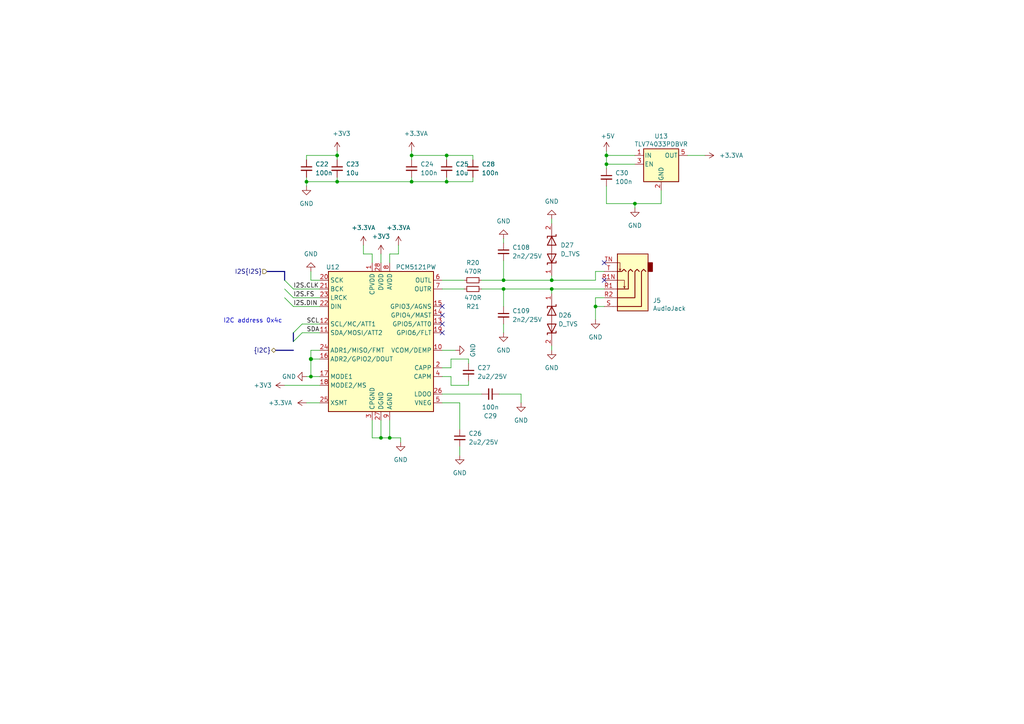
<source format=kicad_sch>
(kicad_sch (version 20210621) (generator eeschema)
  (paper "A4")
  (title_block (title "Audio") (date "2021-01-12") (rev "0.1") (company "Nabu Casa") (comment 1 "www.nabucasa.com") (comment 2 "Amber"))
  (lib_symbols
    (symbol "Amber:D_TVS_Reverse" (pin_names (offset 1.016) hide)
      (property "Reference" "D" (at 0 2.54 0))
      (property "Value" "D_TVS_Reverse" (at 0 -2.54 0))
      (symbol "D_TVS_Reverse_0_1"
        (polyline (pts (xy 5.08 0) (xy -5.08 0)))
        (polyline (pts (xy -4.3688 1.27) (xy -3.8608 1.27) (xy -3.8608 -1.27) (xy -3.3528 -1.27)) (stroke (width 0.254)))
        (polyline (pts (xy -3.81 0) (xy -1.27 1.27) (xy -1.27 -1.27) (xy -3.81 0)) (stroke (width 0.254)))
        (polyline (pts (xy 3.81 0) (xy 1.27 -1.27) (xy 1.27 1.27) (xy 3.81 0)) (stroke (width 0.254)))
        (polyline (pts (xy 4.3688 -1.27) (xy 3.8608 -1.27) (xy 3.8608 1.27) (xy 3.3528 1.27)) (stroke (width 0.254)))
      )
      (symbol "D_TVS_Reverse_1_1"
        (pin passive line (at -7.62 0 0) (length 2.54) (name "A1") (number "1"))
        (pin passive line (at 7.62 0 180) (length 2.54) (name "A2") (number "2"))
      )
    )
    (symbol "Audio:PCM5121PW"
      (property "Reference" "U" (at -13.97 21.59 0))
      (property "Value" "PCM5121PW" (at 10.16 21.59 0))
      (symbol "PCM5121PW_0_1"
        (rectangle (start -15.24 20.32) (end 15.24 -20.32) (stroke (width 0.254)) (fill (type background)))
      )
      (symbol "PCM5121PW_1_1"
        (pin power_in line (at -2.54 22.86 270) (length 2.54) (name "CPVDD") (number "1"))
        (pin bidirectional line (at 17.78 -2.54 180) (length 2.54) (name "VCOM/DEMP") (number "10"))
        (pin bidirectional line (at -17.78 2.54 0) (length 2.54) (name "SDA/MOSI/ATT2") (number "11"))
        (pin input line (at -17.78 5.08 0) (length 2.54) (name "SCL/MC/ATT1") (number "12"))
        (pin bidirectional line (at 17.78 5.08 180) (length 2.54) (name "GPIO5/ATT0") (number "13"))
        (pin bidirectional line (at 17.78 7.62 180) (length 2.54) (name "GPIO4/MAST") (number "14"))
        (pin bidirectional line (at 17.78 10.16 180) (length 2.54) (name "GPIO3/AGNS") (number "15"))
        (pin bidirectional line (at -17.78 -5.08 0) (length 2.54) (name "ADR2/GPIO2/DOUT") (number "16"))
        (pin input line (at -17.78 -10.16 0) (length 2.54) (name "MODE1") (number "17"))
        (pin input line (at -17.78 -12.7 0) (length 2.54) (name "MODE2/MS") (number "18"))
        (pin bidirectional line (at 17.78 2.54 180) (length 2.54) (name "GPIO6/FLT") (number "19"))
        (pin passive line (at 17.78 -7.62 180) (length 2.54) (name "CAPP") (number "2"))
        (pin input line (at -17.78 17.78 0) (length 2.54) (name "SCK") (number "20"))
        (pin bidirectional line (at -17.78 15.24 0) (length 2.54) (name "BCK") (number "21"))
        (pin input line (at -17.78 10.16 0) (length 2.54) (name "DIN") (number "22"))
        (pin bidirectional line (at -17.78 12.7 0) (length 2.54) (name "LRCK") (number "23"))
        (pin bidirectional line (at -17.78 -2.54 0) (length 2.54) (name "ADR1/MISO/FMT") (number "24"))
        (pin input line (at -17.78 -17.78 0) (length 2.54) (name "XSMT") (number "25"))
        (pin passive line (at 17.78 -15.24 180) (length 2.54) (name "LDOO") (number "26"))
        (pin power_in line (at 0 -22.86 90) (length 2.54) (name "DGND") (number "27"))
        (pin power_in line (at 0 22.86 270) (length 2.54) (name "DVDD") (number "28"))
        (pin power_in line (at -2.54 -22.86 90) (length 2.54) (name "CPGND") (number "3"))
        (pin passive line (at 17.78 -10.16 180) (length 2.54) (name "CAPM") (number "4"))
        (pin passive line (at 17.78 -17.78 180) (length 2.54) (name "VNEG") (number "5"))
        (pin output line (at 17.78 17.78 180) (length 2.54) (name "OUTL") (number "6"))
        (pin output line (at 17.78 15.24 180) (length 2.54) (name "OUTR") (number "7"))
        (pin power_in line (at 2.54 22.86 270) (length 2.54) (name "AVDD") (number "8"))
        (pin power_in line (at 2.54 -22.86 90) (length 2.54) (name "AGND") (number "9"))
      )
    )
    (symbol "Connector:AudioJack4_SwitchTR1"
      (property "Reference" "J" (at 0 11.43 0))
      (property "Value" "AudioJack4_SwitchTR1" (at 0 8.89 0))
      (symbol "AudioJack4_SwitchTR1_0_1"
        (rectangle (start -7.62 -5.08) (end -8.89 -7.62) (stroke (width 0.254)) (fill (type outline)))
        (rectangle (start 1.27 6.35) (end -7.62 -10.16) (stroke (width 0.254)) (fill (type background)))
        (polyline (pts (xy 1.27 -5.08) (xy 2.54 -5.08)))
        (polyline (pts (xy 1.27 2.54) (xy 2.54 2.54)))
        (polyline (pts (xy 2.54 0) (xy 1.27 0)))
        (polyline (pts (xy 2.54 5.08) (xy 1.27 5.08)))
      )
      (symbol "AudioJack4_SwitchTR1_1_1"
        (polyline (pts (xy -0.762 -0.254) (xy -0.508 -0.762)))
        (polyline (pts (xy 0.508 -5.334) (xy 0.762 -5.842)))
        (polyline (pts (xy -1.27 -5.08) (xy -0.635 -5.715) (xy 0 -5.08) (xy 1.27 -5.08)) (stroke (width 0.254)))
        (polyline (pts (xy 2.54 -7.62) (xy 0.508 -7.62) (xy 0.508 -5.334) (xy 0.254 -5.842)))
        (polyline (pts (xy 2.54 -2.54) (xy -0.762 -2.54) (xy -0.762 -0.254) (xy -1.016 -0.762)))
        (polyline (pts (xy -3.175 -5.08) (xy -2.54 -5.715) (xy -1.905 -5.08) (xy -1.905 0) (xy 1.27 0)) (stroke (width 0.254)))
        (polyline (pts (xy 1.27 2.54) (xy -3.81 2.54) (xy -3.81 -5.08) (xy -4.445 -5.715) (xy -5.08 -5.08)) (stroke (width 0.254)))
        (polyline (pts (xy 1.27 5.08) (xy -5.715 5.08) (xy -5.715 -5.08) (xy -6.35 -5.715) (xy -6.985 -5.08)) (stroke (width 0.254)))
        (pin passive line (at 5.08 0 180) (length 2.54) (name "~") (number "R1"))
        (pin passive line (at 5.08 -2.54 180) (length 2.54) (name "~") (number "R1N"))
        (pin passive line (at 5.08 2.54 180) (length 2.54) (name "~") (number "R2"))
        (pin passive line (at 5.08 5.08 180) (length 2.54) (name "~") (number "S"))
        (pin passive line (at 5.08 -5.08 180) (length 2.54) (name "~") (number "T"))
        (pin passive line (at 5.08 -7.62 180) (length 2.54) (name "~") (number "TN"))
      )
    )
    (symbol "Device:C_Small" (pin_numbers hide) (pin_names (offset 0.254) hide)
      (property "Reference" "C" (at 0.254 1.778 0))
      (property "Value" "C_Small" (at 0.254 -2.032 0))
      (symbol "C_Small_0_1"
        (polyline (pts (xy -1.524 -0.508) (xy 1.524 -0.508)) (stroke (width 0.3302)))
        (polyline (pts (xy -1.524 0.508) (xy 1.524 0.508)) (stroke (width 0.3048)))
      )
      (symbol "C_Small_1_1"
        (pin passive line (at 0 2.54 270) (length 2.032) (name "~") (number "1"))
        (pin passive line (at 0 -2.54 90) (length 2.032) (name "~") (number "2"))
      )
    )
    (symbol "Device:R_Small" (pin_numbers hide) (pin_names (offset 0.254) hide)
      (property "Reference" "R" (at 0.762 0.508 0))
      (property "Value" "R_Small" (at 0.762 -1.016 0))
      (symbol "R_Small_0_1"
        (rectangle (start -0.762 1.778) (end 0.762 -1.778) (stroke (width 0.2032)))
      )
      (symbol "R_Small_1_1"
        (pin passive line (at 0 2.54 270) (length 0.762) (name "~") (number "1"))
        (pin passive line (at 0 -2.54 90) (length 0.762) (name "~") (number "2"))
      )
    )
    (symbol "Regulator_Linear:TLV73333PDBV" (pin_names (offset 0.254))
      (property "Reference" "U" (at -3.81 5.715 0))
      (property "Value" "TLV73333PDBV" (at 0 5.715 0))
      (symbol "TLV73333PDBV_0_1"
        (rectangle (start -5.08 4.445) (end 5.08 -5.08) (stroke (width 0.254)) (fill (type background)))
      )
      (symbol "TLV73333PDBV_1_1"
        (pin power_in line (at -7.62 2.54 0) (length 2.54) (name "IN") (number "1"))
        (pin power_in line (at 0 -7.62 90) (length 2.54) (name "GND") (number "2"))
        (pin input line (at -7.62 0 0) (length 2.54) (name "EN") (number "3"))
        (pin no_connect line (at 5.08 0 180) (length 2.54) hide (name "NC") (number "4"))
        (pin power_out line (at 7.62 2.54 180) (length 2.54) (name "OUT") (number "5"))
      )
    )
    (symbol "power:+3.3V" (power) (pin_names (offset 0))
      (property "Value" "+3.3V" (at 0 3.556 0))
      (symbol "+3.3V_0_1"
        (polyline (pts (xy -0.762 1.27) (xy 0 2.54)))
        (polyline (pts (xy 0 0) (xy 0 2.54)))
        (polyline (pts (xy 0 2.54) (xy 0.762 1.27)))
      )
      (symbol "+3.3V_1_1"
        (pin power_in line (at 0 0 90) (length 0) hide (name "+3V3") (number "1"))
      )
    )
    (symbol "power:+3.3VA" (power) (pin_names (offset 0))
      (property "Value" "+3.3VA" (at 0 3.556 0))
      (symbol "+3.3VA_0_1"
        (polyline (pts (xy -0.762 1.27) (xy 0 2.54)))
        (polyline (pts (xy 0 0) (xy 0 2.54)))
        (polyline (pts (xy 0 2.54) (xy 0.762 1.27)))
      )
      (symbol "+3.3VA_1_1"
        (pin power_in line (at 0 0 90) (length 0) hide (name "+3.3VA") (number "1"))
      )
    )
    (symbol "power:+5V" (power) (pin_names (offset 0))
      (property "Value" "+5V" (at 0 3.556 0))
      (symbol "+5V_0_1"
        (polyline (pts (xy -0.762 1.27) (xy 0 2.54)))
        (polyline (pts (xy 0 0) (xy 0 2.54)))
        (polyline (pts (xy 0 2.54) (xy 0.762 1.27)))
      )
      (symbol "+5V_1_1"
        (pin power_in line (at 0 0 90) (length 0) hide (name "+5V") (number "1"))
      )
    )
    (symbol "power:GND" (power) (pin_names (offset 0))
      (property "Value" "GND" (at 0 -3.81 0))
      (symbol "GND_0_1"
        (polyline (pts (xy 0 0) (xy 0 -1.27) (xy 1.27 -1.27) (xy 0 -2.54) (xy -1.27 -1.27) (xy 0 -1.27)))
      )
      (symbol "GND_1_1"
        (pin power_in line (at 0 0 270) (length 0) hide (name "GND") (number "1"))
      )
    )
  )
  (bus_alias "I2S" (members "CLK" "FS" "DIN"))
  (junction (at 88.9 52.705) (diameter 0.9144))
  (junction (at 90.17 104.14) (diameter 1.016))
  (junction (at 90.17 109.22) (diameter 0.9144))
  (junction (at 97.79 45.085) (diameter 0.9144))
  (junction (at 97.79 52.705) (diameter 0.9144))
  (junction (at 110.49 127) (diameter 0.9144))
  (junction (at 113.03 127) (diameter 0.9144))
  (junction (at 119.38 45.085) (diameter 0.9144))
  (junction (at 119.38 52.705) (diameter 0.9144))
  (junction (at 129.54 45.085) (diameter 0.9144))
  (junction (at 129.54 52.705) (diameter 0.9144))
  (junction (at 146.05 81.28) (diameter 0.9144))
  (junction (at 146.05 83.82) (diameter 0.9144))
  (junction (at 160.02 81.28) (diameter 0.9144))
  (junction (at 160.02 83.82) (diameter 0.9144))
  (junction (at 172.72 88.9) (diameter 0.9144))
  (junction (at 175.895 45.085) (diameter 0.9144))
  (junction (at 175.895 47.625) (diameter 0.9144))
  (junction (at 184.15 59.055) (diameter 0.9144))
  (no_connect (at 128.27 88.9))
  (no_connect (at 128.27 91.44))
  (no_connect (at 128.27 93.98))
  (no_connect (at 128.27 96.52))
  (no_connect (at 175.26 76.2))
  (no_connect (at 175.26 81.28))
  (bus_entry (at 82.55 81.28) (size 2.54 2.54) (stroke (width 0.1524)))
  (bus_entry (at 82.55 83.82) (size 2.54 2.54) (stroke (width 0.1524)))
  (bus_entry (at 82.55 86.36) (size 2.54 2.54) (stroke (width 0.1524)))
  (bus_entry (at 85.09 96.52) (size 2.54 -2.54) (stroke (width 0.1524)))
  (bus_entry (at 85.09 99.06) (size 2.54 -2.54) (stroke (width 0.1524)))
  (wire (pts (xy 82.55 111.76) (xy 92.71 111.76)))
  (wire (pts (xy 85.09 83.82) (xy 92.71 83.82)))
  (wire (pts (xy 85.09 86.36) (xy 92.71 86.36)))
  (wire (pts (xy 85.09 88.9) (xy 92.71 88.9)))
  (wire (pts (xy 87.63 93.98) (xy 92.71 93.98)))
  (wire (pts (xy 87.63 96.52) (xy 92.71 96.52)))
  (wire (pts (xy 88.9 45.085) (xy 97.79 45.085)))
  (wire (pts (xy 88.9 46.355) (xy 88.9 45.085)))
  (wire (pts (xy 88.9 51.435) (xy 88.9 52.705)))
  (wire (pts (xy 88.9 52.705) (xy 88.9 53.975)))
  (wire (pts (xy 88.9 52.705) (xy 97.79 52.705)))
  (wire (pts (xy 88.9 109.22) (xy 90.17 109.22)))
  (wire (pts (xy 88.9 116.84) (xy 92.71 116.84)))
  (wire (pts (xy 90.17 78.74) (xy 90.17 81.28)))
  (wire (pts (xy 90.17 101.6) (xy 90.17 104.14)))
  (wire (pts (xy 90.17 104.14) (xy 90.17 109.22)))
  (wire (pts (xy 92.71 81.28) (xy 90.17 81.28)))
  (wire (pts (xy 92.71 101.6) (xy 90.17 101.6)))
  (wire (pts (xy 92.71 104.14) (xy 90.17 104.14)))
  (wire (pts (xy 92.71 109.22) (xy 90.17 109.22)))
  (wire (pts (xy 97.79 43.815) (xy 97.79 45.085)))
  (wire (pts (xy 97.79 45.085) (xy 97.79 46.355)))
  (wire (pts (xy 97.79 51.435) (xy 97.79 52.705)))
  (wire (pts (xy 97.79 52.705) (xy 119.38 52.705)))
  (wire (pts (xy 105.41 73.66) (xy 105.41 71.12)))
  (wire (pts (xy 107.95 73.66) (xy 105.41 73.66)))
  (wire (pts (xy 107.95 76.2) (xy 107.95 73.66)))
  (wire (pts (xy 107.95 121.92) (xy 107.95 127)))
  (wire (pts (xy 107.95 127) (xy 110.49 127)))
  (wire (pts (xy 110.49 76.2) (xy 110.49 73.66)))
  (wire (pts (xy 110.49 121.92) (xy 110.49 127)))
  (wire (pts (xy 110.49 127) (xy 113.03 127)))
  (wire (pts (xy 113.03 73.66) (xy 115.57 73.66)))
  (wire (pts (xy 113.03 76.2) (xy 113.03 73.66)))
  (wire (pts (xy 113.03 121.92) (xy 113.03 127)))
  (wire (pts (xy 113.03 127) (xy 116.205 127)))
  (wire (pts (xy 115.57 73.66) (xy 115.57 71.12)))
  (wire (pts (xy 116.205 127) (xy 116.205 128.27)))
  (wire (pts (xy 119.38 43.815) (xy 119.38 45.085)))
  (wire (pts (xy 119.38 45.085) (xy 119.38 46.355)))
  (wire (pts (xy 119.38 45.085) (xy 129.54 45.085)))
  (wire (pts (xy 119.38 51.435) (xy 119.38 52.705)))
  (wire (pts (xy 119.38 52.705) (xy 129.54 52.705)))
  (wire (pts (xy 128.27 81.28) (xy 134.62 81.28)))
  (wire (pts (xy 128.27 83.82) (xy 134.62 83.82)))
  (wire (pts (xy 128.27 101.6) (xy 132.08 101.6)))
  (wire (pts (xy 128.27 106.68) (xy 130.81 106.68)))
  (wire (pts (xy 128.27 109.22) (xy 130.81 109.22)))
  (wire (pts (xy 128.27 114.3) (xy 139.7 114.3)))
  (wire (pts (xy 128.27 116.84) (xy 133.35 116.84)))
  (wire (pts (xy 129.54 45.085) (xy 129.54 46.355)))
  (wire (pts (xy 129.54 52.705) (xy 129.54 51.435)))
  (wire (pts (xy 129.54 52.705) (xy 137.16 52.705)))
  (wire (pts (xy 130.81 104.14) (xy 135.89 104.14)))
  (wire (pts (xy 130.81 106.68) (xy 130.81 104.14)))
  (wire (pts (xy 130.81 109.22) (xy 130.81 111.76)))
  (wire (pts (xy 130.81 111.76) (xy 135.89 111.76)))
  (wire (pts (xy 133.35 116.84) (xy 133.35 124.46)))
  (wire (pts (xy 133.35 129.54) (xy 133.35 132.08)))
  (wire (pts (xy 135.89 104.14) (xy 135.89 105.41)))
  (wire (pts (xy 135.89 111.76) (xy 135.89 110.49)))
  (wire (pts (xy 137.16 45.085) (xy 129.54 45.085)))
  (wire (pts (xy 137.16 46.355) (xy 137.16 45.085)))
  (wire (pts (xy 137.16 51.435) (xy 137.16 52.705)))
  (wire (pts (xy 139.7 81.28) (xy 146.05 81.28)))
  (wire (pts (xy 139.7 83.82) (xy 146.05 83.82)))
  (wire (pts (xy 144.78 114.3) (xy 151.13 114.3)))
  (wire (pts (xy 146.05 69.215) (xy 146.05 70.485)))
  (wire (pts (xy 146.05 75.565) (xy 146.05 81.28)))
  (wire (pts (xy 146.05 81.28) (xy 160.02 81.28)))
  (wire (pts (xy 146.05 83.82) (xy 146.05 88.9)))
  (wire (pts (xy 146.05 83.82) (xy 160.02 83.82)))
  (wire (pts (xy 146.05 93.98) (xy 146.05 96.52)))
  (wire (pts (xy 151.13 114.3) (xy 151.13 116.84)))
  (wire (pts (xy 160.02 63.5) (xy 160.02 64.77)))
  (wire (pts (xy 160.02 80.01) (xy 160.02 81.28)))
  (wire (pts (xy 160.02 81.28) (xy 172.72 81.28)))
  (wire (pts (xy 160.02 83.82) (xy 160.02 85.09)))
  (wire (pts (xy 160.02 83.82) (xy 175.26 83.82)))
  (wire (pts (xy 160.02 100.33) (xy 160.02 101.6)))
  (wire (pts (xy 172.72 78.74) (xy 175.26 78.74)))
  (wire (pts (xy 172.72 81.28) (xy 172.72 78.74)))
  (wire (pts (xy 172.72 86.36) (xy 172.72 88.9)))
  (wire (pts (xy 172.72 88.9) (xy 172.72 92.71)))
  (wire (pts (xy 175.26 86.36) (xy 172.72 86.36)))
  (wire (pts (xy 175.26 88.9) (xy 172.72 88.9)))
  (wire (pts (xy 175.895 43.815) (xy 175.895 45.085)))
  (wire (pts (xy 175.895 45.085) (xy 175.895 47.625)))
  (wire (pts (xy 175.895 45.085) (xy 184.15 45.085)))
  (wire (pts (xy 175.895 47.625) (xy 175.895 48.895)))
  (wire (pts (xy 175.895 47.625) (xy 184.15 47.625)))
  (wire (pts (xy 175.895 53.975) (xy 175.895 59.055)))
  (wire (pts (xy 175.895 59.055) (xy 184.15 59.055)))
  (wire (pts (xy 184.15 59.055) (xy 184.15 60.325)))
  (wire (pts (xy 184.15 59.055) (xy 191.77 59.055)))
  (wire (pts (xy 191.77 59.055) (xy 191.77 55.245)))
  (wire (pts (xy 199.39 45.085) (xy 204.47 45.085)))
  (bus (pts (xy 77.47 78.74) (xy 82.55 78.74)))
  (bus (pts (xy 80.01 101.6) (xy 85.09 101.6)))
  (bus (pts (xy 82.55 78.74) (xy 82.55 86.36)))
  (bus (pts (xy 85.09 96.52) (xy 85.09 101.6)))
  (text "I2C address 0x4c" (at 64.77 93.853 0) (effects (font (size 1.27 1.27)) (justify left bottom)))
  (label "I2S.CLK" (at 85.09 83.82 0))
  (label "I2S.FS" (at 85.09 86.36 0))
  (label "I2S.DIN" (at 85.09 88.9 0))
  (label "SCL" (at 88.9 93.98 0))
  (label "SDA" (at 88.9 96.52 0))
  (hierarchical_label "I2S{I2S}" (shape input) (at 77.47 78.74 180))
  (hierarchical_label "{I2C}" (shape bidirectional) (at 80.01 101.6 180))
  (symbol (lib_id "power:+3.3V") (at 82.55 111.76 90) (unit 1)
    (property "Reference" "#PWR063" (effects hide))
    (property "Value" "+3.3V" (at 76.2 111.76 90))
  )
  (symbol (lib_id "power:+3.3VA") (at 88.9 116.84 90) (unit 1)
    (property "Reference" "#PWR066" (effects hide))
    (property "Value" "+3.3VA" (at 81.28 116.84 90))
  )
  (symbol (lib_id "power:+3.3V") (at 97.79 43.815 0) (unit 1)
    (property "Reference" "#PWR068" (effects hide))
    (property "Value" "+3.3V" (at 99.06 38.735 0))
  )
  (symbol (lib_id "power:+3.3VA") (at 105.41 71.12 0) (unit 1)
    (property "Reference" "#PWR069" (effects hide))
    (property "Value" "+3.3VA" (at 105.41 66.04 0))
  )
  (symbol (lib_id "power:+3.3V") (at 110.49 73.66 0) (unit 1)
    (property "Reference" "#PWR071" (effects hide))
    (property "Value" "+3.3V" (at 110.49 68.58 0))
  )
  (symbol (lib_id "power:+3.3VA") (at 115.57 71.12 0) (unit 1)
    (property "Reference" "#PWR074" (effects hide))
    (property "Value" "+3.3VA" (at 115.57 66.04 0))
  )
  (symbol (lib_id "power:+3.3VA") (at 119.38 43.815 0) (unit 1)
    (property "Reference" "#PWR075" (effects hide))
    (property "Value" "+3.3VA" (at 120.65 38.735 0))
  )
  (symbol (lib_id "power:+5V") (at 175.895 43.815 0) (unit 1)
    (property "Reference" "#PWR081" (effects hide))
    (property "Value" "+5V" (at 176.2633 39.4906 0))
  )
  (symbol (lib_id "power:+3.3VA") (at 204.47 45.085 270) (unit 1)
    (property "Reference" "#PWR083" (effects hide))
    (property "Value" "+3.3VA" (at 212.09 45.085 90))
  )
  (symbol (lib_id "power:GND") (at 88.9 53.975 0) (unit 1)
    (property "Reference" "#PWR064" (effects hide))
    (property "Value" "GND" (at 88.9 59.055 0))
  )
  (symbol (lib_id "power:GND") (at 88.9 109.22 270) (unit 1)
    (property "Reference" "#PWR065" (effects hide))
    (property "Value" "GND" (at 83.82 109.22 90))
  )
  (symbol (lib_id "power:GND") (at 90.17 78.74 180) (unit 1)
    (property "Reference" "#PWR067" (effects hide))
    (property "Value" "GND" (at 90.17 73.66 0))
  )
  (symbol (lib_id "power:GND") (at 116.205 128.27 0) (unit 1)
    (property "Reference" "#PWR072" (effects hide))
    (property "Value" "GND" (at 116.205 133.35 0))
  )
  (symbol (lib_id "power:GND") (at 132.08 101.6 90) (unit 1)
    (property "Reference" "#PWR0180" (effects hide))
    (property "Value" "GND" (at 137.16 101.6 0))
  )
  (symbol (lib_id "power:GND") (at 133.35 132.08 0) (unit 1)
    (property "Reference" "#PWR0185" (effects hide))
    (property "Value" "GND" (at 133.35 137.16 0))
  )
  (symbol (lib_id "power:GND") (at 146.05 69.215 180) (unit 1)
    (property "Reference" "#PWR0217" (effects hide))
    (property "Value" "GND" (at 146.05 64.135 0))
  )
  (symbol (lib_id "power:GND") (at 146.05 96.52 0) (unit 1)
    (property "Reference" "#PWR0181" (effects hide))
    (property "Value" "GND" (at 146.05 101.6 0))
  )
  (symbol (lib_id "power:GND") (at 151.13 116.84 0) (unit 1)
    (property "Reference" "#PWR0184" (effects hide))
    (property "Value" "GND" (at 151.13 121.92 0))
  )
  (symbol (lib_id "power:GND") (at 160.02 63.5 180) (unit 1)
    (property "Reference" "#PWR0200" (effects hide))
    (property "Value" "GND" (at 160.02 58.42 0))
  )
  (symbol (lib_id "power:GND") (at 160.02 101.6 0) (unit 1)
    (property "Reference" "#PWR0198" (effects hide))
    (property "Value" "GND" (at 160.02 106.68 0))
  )
  (symbol (lib_id "power:GND") (at 172.72 92.71 0) (unit 1)
    (property "Reference" "#PWR0197" (effects hide))
    (property "Value" "GND" (at 172.72 97.79 0))
  )
  (symbol (lib_id "power:GND") (at 184.15 60.325 0) (unit 1)
    (property "Reference" "#PWR0216" (effects hide))
    (property "Value" "GND" (at 184.15 65.405 0))
  )
  (symbol (lib_id "Device:R_Small") (at 137.16 81.28 90) (unit 1)
    (property "Reference" "R20" (at 137.16 76.2 90))
    (property "Value" "470R" (at 137.16 78.74 90))
    (property "Footprint" "Resistor_SMD:R_0402_1005Metric" (effects hide))
    (property "Config" "+Audio" (effects hide))
  )
  (symbol (lib_id "Device:R_Small") (at 137.16 83.82 90) (unit 1)
    (property "Reference" "R21" (at 137.16 88.9 90))
    (property "Value" "470R" (at 137.16 86.36 90))
    (property "Footprint" "Resistor_SMD:R_0402_1005Metric" (effects hide))
    (property "Config" "+Audio" (effects hide))
  )
  (symbol (lib_id "Device:C_Small") (at 88.9 48.895 0) (unit 1)
    (property "Reference" "C22" (at 91.44 47.625 0) (effects (justify left)))
    (property "Value" "100n" (at 91.44 50.165 0) (effects (justify left)))
    (property "Footprint" "Capacitor_SMD:C_0402_1005Metric" (effects hide))
    (property "Config" "+Audio" (effects hide))
  )
  (symbol (lib_id "Device:C_Small") (at 97.79 48.895 0) (unit 1)
    (property "Reference" "C23" (at 100.33 47.625 0) (effects (justify left)))
    (property "Value" "10u" (at 100.33 50.165 0) (effects (justify left)))
    (property "Footprint" "Capacitor_SMD:C_0805_2012Metric" (effects hide))
    (property "Config" "+Audio" (effects hide))
  )
  (symbol (lib_id "Device:C_Small") (at 119.38 48.895 0) (unit 1)
    (property "Reference" "C24" (at 121.92 47.625 0) (effects (justify left)))
    (property "Value" "100n" (at 121.92 50.165 0) (effects (justify left)))
    (property "Footprint" "Capacitor_SMD:C_0402_1005Metric" (effects hide))
    (property "Config" "+Audio" (effects hide))
  )
  (symbol (lib_id "Device:C_Small") (at 129.54 48.895 0) (unit 1)
    (property "Reference" "C25" (at 132.08 47.625 0) (effects (justify left)))
    (property "Value" "10u" (at 132.08 50.165 0) (effects (justify left)))
    (property "Footprint" "Capacitor_SMD:C_0805_2012Metric" (effects hide))
    (property "Config" "+Audio" (effects hide))
  )
  (symbol (lib_id "Device:C_Small") (at 133.35 127 0) (mirror y) (unit 1)
    (property "Reference" "C26" (at 135.89 125.73 0) (effects (justify right)))
    (property "Value" "2u2/25V" (at 135.89 128.27 0) (effects (justify right)))
    (property "Footprint" "Capacitor_SMD:C_0805_2012Metric" (effects hide))
    (property "Config" "+Audio" (effects hide))
  )
  (symbol (lib_id "Device:C_Small") (at 135.89 107.95 0) (unit 1)
    (property "Reference" "C27" (at 138.43 106.68 0) (effects (justify left)))
    (property "Value" "2u2/25V" (at 138.43 109.22 0) (effects (justify left)))
    (property "Footprint" "Capacitor_SMD:C_0805_2012Metric" (effects hide))
    (property "Config" "+Audio" (effects hide))
  )
  (symbol (lib_id "Device:C_Small") (at 137.16 48.895 0) (unit 1)
    (property "Reference" "C28" (at 139.7 47.625 0) (effects (justify left)))
    (property "Value" "100n" (at 139.7 50.165 0) (effects (justify left)))
    (property "Footprint" "Capacitor_SMD:C_0402_1005Metric" (effects hide))
    (property "Config" "+Audio" (effects hide))
  )
  (symbol (lib_id "Device:C_Small") (at 142.24 114.3 270) (unit 1)
    (property "Reference" "C29" (at 142.24 120.65 90))
    (property "Value" "100n" (at 142.24 118.11 90))
    (property "Footprint" "Capacitor_SMD:C_0402_1005Metric" (effects hide))
    (property "Config" "+Audio" (effects hide))
  )
  (symbol (lib_id "Device:C_Small") (at 146.05 73.025 0) (unit 1)
    (property "Reference" "C108" (at 148.59 71.755 0) (effects (justify left)))
    (property "Value" "2n2/25V" (at 148.59 74.295 0) (effects (justify left)))
    (property "Footprint" "Capacitor_SMD:C_0805_2012Metric" (effects hide))
    (property "Config" "+Audio" (effects hide))
  )
  (symbol (lib_id "Device:C_Small") (at 146.05 91.44 0) (unit 1)
    (property "Reference" "C109" (at 148.59 90.1699 0) (effects (justify left)))
    (property "Value" "2n2/25V" (at 148.59 92.7099 0) (effects (justify left)))
    (property "Footprint" "Capacitor_SMD:C_0805_2012Metric" (effects hide))
    (property "Config" "+Audio" (effects hide))
  )
  (symbol (lib_id "Device:C_Small") (at 175.895 51.435 0) (unit 1)
    (property "Reference" "C30" (at 178.435 50.165 0) (effects (justify left)))
    (property "Value" "100n" (at 178.435 52.705 0) (effects (justify left)))
    (property "Footprint" "Capacitor_SMD:C_0402_1005Metric" (effects hide))
  )
  (symbol (lib_id "Amber:D_TVS_Reverse") (at 160.02 72.39 90) (unit 1)
    (property "Reference" "D27" (at 162.56 71.1199 90) (effects (justify right)))
    (property "Value" "D_TVS" (at 162.56 73.6599 90) (effects (justify right)))
    (property "Footprint" "Diode_SMD:D_0402_1005Metric" (effects hide))
    (property "Manufacturer" "Texas Instruments" (effects hide))
    (property "PartNumber" "TPD1E10B09QDPYRQ1" (effects hide))
    (property "Config" "+Audio" (effects hide))
  )
  (symbol (lib_id "Amber:D_TVS_Reverse") (at 160.02 92.71 270) (unit 1)
    (property "Reference" "D26" (at 161.925 91.4399 90) (effects (justify left)))
    (property "Value" "D_TVS" (at 161.925 93.9799 90) (effects (justify left)))
    (property "Footprint" "Diode_SMD:D_0402_1005Metric" (effects hide))
    (property "Manufacturer" "Texas Instruments" (effects hide))
    (property "PartNumber" "TPD1E10B09QDPYRQ1" (effects hide))
    (property "Config" "+Audio" (effects hide))
  )
  (symbol (lib_id "Regulator_Linear:TLV73333PDBV") (at 191.77 47.625 0) (unit 1)
    (property "Reference" "U13" (at 191.77 39.5032 0))
    (property "Value" "TLV74033PDBVR" (at 191.77 41.8019 0))
    (property "Footprint" "Package_TO_SOT_SMD:SOT-23-5" (effects hide))
    (property "Datasheet" "https://media.digikey.com/pdf/Data%20Sheets/TDK%20PDFs/TLV740P_DS.pdf" (effects hide))
    (property "Manufacturer" "Texas Instruments" (effects hide))
    (property "PartNumber" "TLV74033PDBVR" (effects hide))
    (property "Config" "+Audio" (effects hide))
  )
  (symbol (lib_id "Connector:AudioJack4_SwitchTR1") (at 180.34 83.82 180) (unit 1)
    (property "Reference" "J5" (at 189.3571 87.1664 0) (effects (justify right)))
    (property "Value" "AudioJack" (at 189.357 89.465 0) (effects (justify right)))
    (property "Footprint" "Amber:Jack_3.5mm_XKB_PJ-3270_Horizontal" (effects hide))
    (property "Datasheet" "https://datasheet.lcsc.com/lcsc/2002271813_XKB-Connectivity-PJ-3270_C381134.pdf" (effects hide))
    (property "Manufacturer" "XKB Connectivity" (effects hide))
    (property "PartNumber" "PJ-3270" (effects hide))
    (property "Config" "+Audio" (effects hide))
  )
  (symbol (lib_id "Audio:PCM5121PW") (at 110.49 99.06 0) (unit 1)
    (property "Reference" "U12" (at 96.52 77.47 0))
    (property "Value" "PCM5121PW" (at 120.65 77.47 0))
    (property "Footprint" "Package_SO:TSSOP-28_4.4x9.7mm_P0.65mm" (effects hide))
    (property "Datasheet" "http://www.ti.com/lit/ds/symlink/pcm5121.pdf" (effects hide))
    (property "Manufacturer" "Texas Instruments" (effects hide))
    (property "PartNumber" "PCM5121PWR" (effects hide))
    (property "Config" "+Audio" (effects hide))
  )
)
</source>
